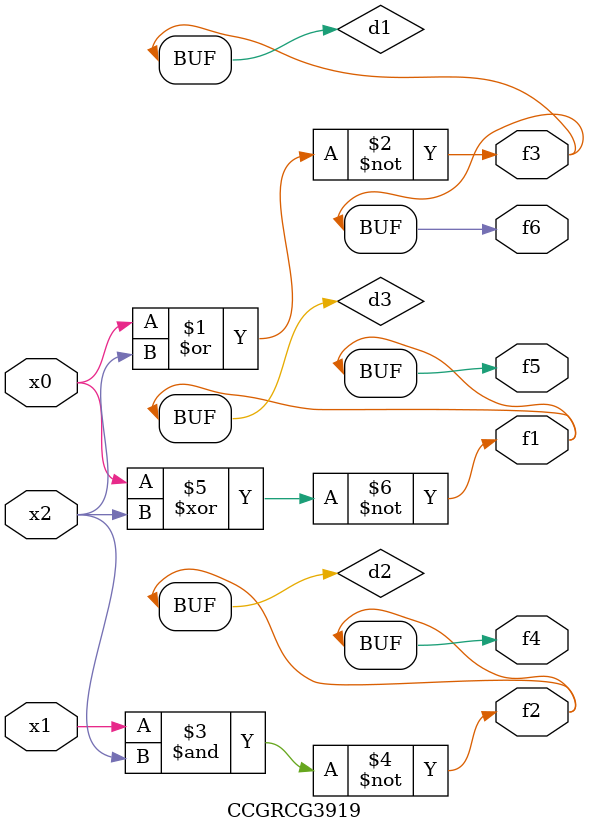
<source format=v>
module CCGRCG3919(
	input x0, x1, x2,
	output f1, f2, f3, f4, f5, f6
);

	wire d1, d2, d3;

	nor (d1, x0, x2);
	nand (d2, x1, x2);
	xnor (d3, x0, x2);
	assign f1 = d3;
	assign f2 = d2;
	assign f3 = d1;
	assign f4 = d2;
	assign f5 = d3;
	assign f6 = d1;
endmodule

</source>
